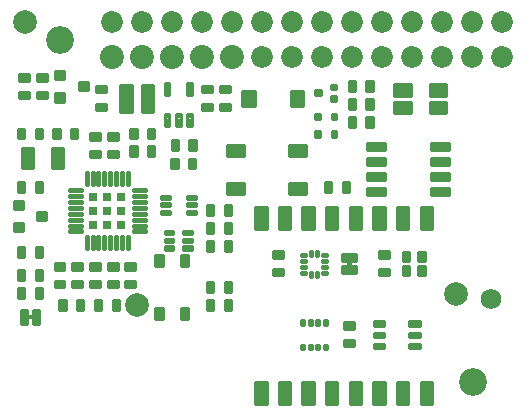
<source format=gts>
G04 EAGLE Gerber RS-274X export*
G75*
%MOMM*%
%FSLAX34Y34*%
%LPD*%
%INSoldermask Top*%
%IPPOS*%
%AMOC8*
5,1,8,0,0,1.08239X$1,22.5*%
G01*
%ADD10C,2.350000*%
%ADD11C,1.750000*%
%ADD12C,0.300000*%
%ADD13C,0.273000*%
%ADD14C,0.425000*%
%ADD15C,2.000000*%
%ADD16C,2.029600*%
%ADD17C,1.850000*%
%ADD18C,0.408000*%
%ADD19C,0.445500*%
%ADD20C,0.351500*%
%ADD21C,0.323000*%
%ADD22C,0.402500*%
%ADD23C,0.240000*%
%ADD24C,0.247500*%
%ADD25C,0.287000*%
%ADD26C,0.410000*%
%ADD27R,0.800000X0.800000*%
%ADD28C,0.212000*%
%ADD29C,0.312000*%
%ADD30C,0.306150*%

G36*
X291335Y127472D02*
X291335Y127472D01*
X291401Y127474D01*
X291444Y127492D01*
X291491Y127500D01*
X291548Y127534D01*
X291608Y127559D01*
X291643Y127590D01*
X291684Y127615D01*
X291726Y127666D01*
X291774Y127710D01*
X291796Y127752D01*
X291825Y127789D01*
X291846Y127851D01*
X291877Y127910D01*
X291885Y127964D01*
X291897Y128001D01*
X291896Y128041D01*
X291904Y128095D01*
X291904Y131905D01*
X291893Y131970D01*
X291891Y132036D01*
X291873Y132079D01*
X291865Y132126D01*
X291831Y132183D01*
X291806Y132243D01*
X291775Y132278D01*
X291750Y132319D01*
X291699Y132361D01*
X291655Y132409D01*
X291613Y132431D01*
X291576Y132460D01*
X291514Y132481D01*
X291455Y132512D01*
X291401Y132520D01*
X291364Y132532D01*
X291324Y132531D01*
X291270Y132539D01*
X288730Y132539D01*
X288665Y132528D01*
X288599Y132526D01*
X288556Y132508D01*
X288509Y132500D01*
X288452Y132466D01*
X288392Y132441D01*
X288357Y132410D01*
X288316Y132385D01*
X288275Y132334D01*
X288226Y132290D01*
X288204Y132248D01*
X288175Y132211D01*
X288154Y132149D01*
X288123Y132090D01*
X288115Y132036D01*
X288103Y131999D01*
X288103Y131995D01*
X288103Y131994D01*
X288104Y131959D01*
X288096Y131905D01*
X288096Y128095D01*
X288107Y128030D01*
X288109Y127964D01*
X288127Y127921D01*
X288135Y127874D01*
X288169Y127817D01*
X288194Y127757D01*
X288225Y127722D01*
X288250Y127681D01*
X288301Y127640D01*
X288345Y127591D01*
X288387Y127569D01*
X288424Y127540D01*
X288486Y127519D01*
X288545Y127488D01*
X288599Y127480D01*
X288636Y127468D01*
X288676Y127469D01*
X288730Y127461D01*
X291270Y127461D01*
X291335Y127472D01*
G37*
G36*
X21970Y83107D02*
X21970Y83107D01*
X22036Y83109D01*
X22079Y83127D01*
X22126Y83135D01*
X22183Y83169D01*
X22243Y83194D01*
X22278Y83225D01*
X22319Y83250D01*
X22361Y83301D01*
X22409Y83345D01*
X22431Y83387D01*
X22460Y83424D01*
X22481Y83486D01*
X22512Y83545D01*
X22520Y83599D01*
X22532Y83636D01*
X22531Y83676D01*
X22539Y83730D01*
X22539Y86270D01*
X22528Y86335D01*
X22526Y86401D01*
X22508Y86444D01*
X22500Y86491D01*
X22466Y86548D01*
X22441Y86608D01*
X22410Y86643D01*
X22385Y86684D01*
X22334Y86726D01*
X22290Y86774D01*
X22248Y86796D01*
X22211Y86825D01*
X22149Y86846D01*
X22090Y86877D01*
X22036Y86885D01*
X21999Y86897D01*
X21959Y86896D01*
X21905Y86904D01*
X18095Y86904D01*
X18030Y86893D01*
X17964Y86891D01*
X17921Y86873D01*
X17874Y86865D01*
X17817Y86831D01*
X17757Y86806D01*
X17722Y86775D01*
X17681Y86750D01*
X17640Y86699D01*
X17591Y86655D01*
X17569Y86613D01*
X17540Y86576D01*
X17519Y86514D01*
X17488Y86455D01*
X17480Y86401D01*
X17468Y86364D01*
X17468Y86361D01*
X17469Y86324D01*
X17461Y86270D01*
X17461Y83730D01*
X17472Y83665D01*
X17474Y83599D01*
X17492Y83556D01*
X17500Y83509D01*
X17534Y83452D01*
X17559Y83392D01*
X17590Y83357D01*
X17615Y83316D01*
X17666Y83275D01*
X17710Y83226D01*
X17752Y83204D01*
X17789Y83175D01*
X17851Y83154D01*
X17910Y83123D01*
X17964Y83115D01*
X18001Y83103D01*
X18041Y83104D01*
X18095Y83096D01*
X21905Y83096D01*
X21970Y83107D01*
G37*
D10*
X45000Y320000D03*
X395000Y30000D03*
D11*
X410000Y100000D03*
D12*
X71250Y220250D02*
X71250Y224750D01*
X78750Y224750D01*
X78750Y220250D01*
X71250Y220250D01*
X71250Y223100D02*
X78750Y223100D01*
X71250Y235250D02*
X71250Y239750D01*
X78750Y239750D01*
X78750Y235250D01*
X71250Y235250D01*
X71250Y238100D02*
X78750Y238100D01*
X76250Y260250D02*
X76250Y264750D01*
X83750Y264750D01*
X83750Y260250D01*
X76250Y260250D01*
X76250Y263100D02*
X83750Y263100D01*
X76250Y275250D02*
X76250Y279750D01*
X83750Y279750D01*
X83750Y275250D01*
X76250Y275250D01*
X76250Y278100D02*
X83750Y278100D01*
X173750Y279750D02*
X173750Y275250D01*
X166250Y275250D01*
X166250Y279750D01*
X173750Y279750D01*
X173750Y278100D02*
X166250Y278100D01*
X173750Y264750D02*
X173750Y260250D01*
X166250Y260250D01*
X166250Y264750D01*
X173750Y264750D01*
X173750Y263100D02*
X166250Y263100D01*
X188750Y275250D02*
X188750Y279750D01*
X188750Y275250D02*
X181250Y275250D01*
X181250Y279750D01*
X188750Y279750D01*
X188750Y278100D02*
X181250Y278100D01*
X188750Y264750D02*
X188750Y260250D01*
X181250Y260250D01*
X181250Y264750D01*
X188750Y264750D01*
X188750Y263100D02*
X181250Y263100D01*
X185250Y106250D02*
X189750Y106250D01*
X185250Y106250D02*
X185250Y113750D01*
X189750Y113750D01*
X189750Y106250D01*
X189750Y109100D02*
X185250Y109100D01*
X185250Y111950D02*
X189750Y111950D01*
X174750Y106250D02*
X170250Y106250D01*
X170250Y113750D01*
X174750Y113750D01*
X174750Y106250D01*
X174750Y109100D02*
X170250Y109100D01*
X170250Y111950D02*
X174750Y111950D01*
X185250Y91250D02*
X189750Y91250D01*
X185250Y91250D02*
X185250Y98750D01*
X189750Y98750D01*
X189750Y91250D01*
X189750Y94100D02*
X185250Y94100D01*
X185250Y96950D02*
X189750Y96950D01*
X174750Y91250D02*
X170250Y91250D01*
X170250Y98750D01*
X174750Y98750D01*
X174750Y91250D01*
X174750Y94100D02*
X170250Y94100D01*
X170250Y96950D02*
X174750Y96950D01*
X59750Y236250D02*
X55250Y236250D01*
X55250Y243750D01*
X59750Y243750D01*
X59750Y236250D01*
X59750Y239100D02*
X55250Y239100D01*
X55250Y241950D02*
X59750Y241950D01*
X44750Y236250D02*
X40250Y236250D01*
X40250Y243750D01*
X44750Y243750D01*
X44750Y236250D01*
X44750Y239100D02*
X40250Y239100D01*
X40250Y241950D02*
X44750Y241950D01*
X48750Y129750D02*
X48750Y125250D01*
X41250Y125250D01*
X41250Y129750D01*
X48750Y129750D01*
X48750Y128100D02*
X41250Y128100D01*
X48750Y114750D02*
X48750Y110250D01*
X41250Y110250D01*
X41250Y114750D01*
X48750Y114750D01*
X48750Y113100D02*
X41250Y113100D01*
X63750Y125250D02*
X63750Y129750D01*
X63750Y125250D02*
X56250Y125250D01*
X56250Y129750D01*
X63750Y129750D01*
X63750Y128100D02*
X56250Y128100D01*
X63750Y114750D02*
X63750Y110250D01*
X56250Y110250D01*
X56250Y114750D01*
X63750Y114750D01*
X63750Y113100D02*
X56250Y113100D01*
X14750Y243750D02*
X10250Y243750D01*
X14750Y243750D02*
X14750Y236250D01*
X10250Y236250D01*
X10250Y243750D01*
X10250Y239100D02*
X14750Y239100D01*
X14750Y241950D02*
X10250Y241950D01*
X25250Y243750D02*
X29750Y243750D01*
X29750Y236250D01*
X25250Y236250D01*
X25250Y243750D01*
X25250Y239100D02*
X29750Y239100D01*
X29750Y241950D02*
X25250Y241950D01*
X86250Y224750D02*
X86250Y220250D01*
X86250Y224750D02*
X93750Y224750D01*
X93750Y220250D01*
X86250Y220250D01*
X86250Y223100D02*
X93750Y223100D01*
X86250Y235250D02*
X86250Y239750D01*
X93750Y239750D01*
X93750Y235250D01*
X86250Y235250D01*
X86250Y238100D02*
X93750Y238100D01*
X120250Y221250D02*
X124750Y221250D01*
X120250Y221250D02*
X120250Y228750D01*
X124750Y228750D01*
X124750Y221250D01*
X124750Y224100D02*
X120250Y224100D01*
X120250Y226950D02*
X124750Y226950D01*
X109750Y221250D02*
X105250Y221250D01*
X105250Y228750D01*
X109750Y228750D01*
X109750Y221250D01*
X109750Y224100D02*
X105250Y224100D01*
X105250Y226950D02*
X109750Y226950D01*
X11250Y270250D02*
X11250Y274750D01*
X18750Y274750D01*
X18750Y270250D01*
X11250Y270250D01*
X11250Y273100D02*
X18750Y273100D01*
X11250Y285250D02*
X11250Y289750D01*
X18750Y289750D01*
X18750Y285250D01*
X11250Y285250D01*
X11250Y288100D02*
X18750Y288100D01*
X26250Y274750D02*
X26250Y270250D01*
X26250Y274750D02*
X33750Y274750D01*
X33750Y270250D01*
X26250Y270250D01*
X26250Y273100D02*
X33750Y273100D01*
X26250Y285250D02*
X26250Y289750D01*
X33750Y289750D01*
X33750Y285250D01*
X26250Y285250D01*
X26250Y288100D02*
X33750Y288100D01*
D13*
X275115Y257385D02*
X278885Y257385D01*
X278885Y252615D01*
X275115Y252615D01*
X275115Y257385D01*
X275115Y255208D02*
X278885Y255208D01*
X264885Y257385D02*
X261115Y257385D01*
X264885Y257385D02*
X264885Y252615D01*
X261115Y252615D01*
X261115Y257385D01*
X261115Y255208D02*
X264885Y255208D01*
X275115Y242385D02*
X278885Y242385D01*
X278885Y237615D01*
X275115Y237615D01*
X275115Y242385D01*
X275115Y240208D02*
X278885Y240208D01*
X264885Y242385D02*
X261115Y242385D01*
X264885Y242385D02*
X264885Y237615D01*
X261115Y237615D01*
X261115Y242385D01*
X261115Y240208D02*
X264885Y240208D01*
D14*
X341125Y273375D02*
X341125Y281625D01*
X341125Y273375D02*
X328875Y273375D01*
X328875Y281625D01*
X341125Y281625D01*
X341125Y277412D02*
X328875Y277412D01*
X328875Y281449D02*
X341125Y281449D01*
X341125Y266625D02*
X341125Y258375D01*
X328875Y258375D01*
X328875Y266625D01*
X341125Y266625D01*
X341125Y262412D02*
X328875Y262412D01*
X328875Y266449D02*
X341125Y266449D01*
X371125Y266625D02*
X371125Y258375D01*
X358875Y258375D01*
X358875Y266625D01*
X371125Y266625D01*
X371125Y262412D02*
X358875Y262412D01*
X358875Y266449D02*
X371125Y266449D01*
X371125Y273375D02*
X371125Y281625D01*
X371125Y273375D02*
X358875Y273375D01*
X358875Y281625D01*
X371125Y281625D01*
X371125Y277412D02*
X358875Y277412D01*
X358875Y281449D02*
X371125Y281449D01*
D12*
X78750Y129750D02*
X78750Y125250D01*
X71250Y125250D01*
X71250Y129750D01*
X78750Y129750D01*
X78750Y128100D02*
X71250Y128100D01*
X78750Y114750D02*
X78750Y110250D01*
X71250Y110250D01*
X71250Y114750D01*
X78750Y114750D01*
X78750Y113100D02*
X71250Y113100D01*
D15*
X380000Y105000D03*
X110000Y95000D03*
X15000Y335000D03*
D16*
X139700Y305000D03*
X165100Y305000D03*
X190500Y305000D03*
X88900Y305000D03*
X114300Y305000D03*
D17*
X342900Y305000D03*
X368300Y305000D03*
X393700Y305000D03*
X419100Y305000D03*
D18*
X104710Y259290D02*
X96790Y259290D01*
X96790Y280710D01*
X104710Y280710D01*
X104710Y259290D01*
X104710Y263166D02*
X96790Y263166D01*
X96790Y267042D02*
X104710Y267042D01*
X104710Y270918D02*
X96790Y270918D01*
X96790Y274794D02*
X104710Y274794D01*
X104710Y278670D02*
X96790Y278670D01*
X115290Y259290D02*
X123210Y259290D01*
X115290Y259290D02*
X115290Y280710D01*
X123210Y280710D01*
X123210Y259290D01*
X123210Y263166D02*
X115290Y263166D01*
X115290Y267042D02*
X123210Y267042D01*
X123210Y270918D02*
X115290Y270918D01*
X115290Y274794D02*
X123210Y274794D01*
X123210Y278670D02*
X115290Y278670D01*
D19*
X199977Y264477D02*
X209023Y264477D01*
X199977Y264477D02*
X199977Y275523D01*
X209023Y275523D01*
X209023Y264477D01*
X209023Y268709D02*
X199977Y268709D01*
X199977Y272941D02*
X209023Y272941D01*
D14*
X241375Y264375D02*
X249625Y264375D01*
X241375Y264375D02*
X241375Y275625D01*
X249625Y275625D01*
X249625Y264375D01*
X249625Y268412D02*
X241375Y268412D01*
X241375Y272449D02*
X249625Y272449D01*
D20*
X48493Y286507D02*
X41507Y286507D01*
X41507Y292493D01*
X48493Y292493D01*
X48493Y286507D01*
X48493Y289846D02*
X41507Y289846D01*
X41507Y267507D02*
X48493Y267507D01*
X41507Y267507D02*
X41507Y273493D01*
X48493Y273493D01*
X48493Y267507D01*
X48493Y270846D02*
X41507Y270846D01*
X61507Y277007D02*
X68493Y277007D01*
X61507Y277007D02*
X61507Y282993D01*
X68493Y282993D01*
X68493Y277007D01*
X68493Y280346D02*
X61507Y280346D01*
D13*
X278885Y271885D02*
X278885Y268115D01*
X274115Y268115D01*
X274115Y271885D01*
X278885Y271885D01*
X278885Y270708D02*
X274115Y270708D01*
X278885Y278115D02*
X278885Y281885D01*
X278885Y278115D02*
X274115Y278115D01*
X274115Y281885D01*
X278885Y281885D01*
X278885Y280708D02*
X274115Y280708D01*
X265885Y276885D02*
X265885Y273115D01*
X261115Y273115D01*
X261115Y276885D01*
X265885Y276885D01*
X265885Y275708D02*
X261115Y275708D01*
D12*
X29750Y191250D02*
X25250Y191250D01*
X25250Y198750D01*
X29750Y198750D01*
X29750Y191250D01*
X29750Y194100D02*
X25250Y194100D01*
X25250Y196950D02*
X29750Y196950D01*
X14750Y191250D02*
X10250Y191250D01*
X10250Y198750D01*
X14750Y198750D01*
X14750Y191250D01*
X14750Y194100D02*
X10250Y194100D01*
X10250Y196950D02*
X14750Y196950D01*
X170250Y148750D02*
X174750Y148750D01*
X174750Y141250D01*
X170250Y141250D01*
X170250Y148750D01*
X170250Y144100D02*
X174750Y144100D01*
X174750Y146950D02*
X170250Y146950D01*
X185250Y148750D02*
X189750Y148750D01*
X189750Y141250D01*
X185250Y141250D01*
X185250Y148750D01*
X185250Y144100D02*
X189750Y144100D01*
X189750Y146950D02*
X185250Y146950D01*
X93750Y129750D02*
X93750Y125250D01*
X86250Y125250D01*
X86250Y129750D01*
X93750Y129750D01*
X93750Y128100D02*
X86250Y128100D01*
X93750Y114750D02*
X93750Y110250D01*
X86250Y110250D01*
X86250Y114750D01*
X93750Y114750D01*
X93750Y113100D02*
X86250Y113100D01*
X108750Y125250D02*
X108750Y129750D01*
X108750Y125250D02*
X101250Y125250D01*
X101250Y129750D01*
X108750Y129750D01*
X108750Y128100D02*
X101250Y128100D01*
X108750Y114750D02*
X108750Y110250D01*
X101250Y110250D01*
X101250Y114750D01*
X108750Y114750D01*
X108750Y113100D02*
X101250Y113100D01*
X79750Y98750D02*
X75250Y98750D01*
X79750Y98750D02*
X79750Y91250D01*
X75250Y91250D01*
X75250Y98750D01*
X75250Y94100D02*
X79750Y94100D01*
X79750Y96950D02*
X75250Y96950D01*
X90250Y98750D02*
X94750Y98750D01*
X94750Y91250D01*
X90250Y91250D01*
X90250Y98750D01*
X90250Y94100D02*
X94750Y94100D01*
X94750Y96950D02*
X90250Y96950D01*
X64750Y91250D02*
X60250Y91250D01*
X60250Y98750D01*
X64750Y98750D01*
X64750Y91250D01*
X64750Y94100D02*
X60250Y94100D01*
X60250Y96950D02*
X64750Y96950D01*
X49750Y91250D02*
X45250Y91250D01*
X45250Y98750D01*
X49750Y98750D01*
X49750Y91250D01*
X49750Y94100D02*
X45250Y94100D01*
X45250Y96950D02*
X49750Y96950D01*
X290250Y253750D02*
X294750Y253750D01*
X294750Y246250D01*
X290250Y246250D01*
X290250Y253750D01*
X290250Y249100D02*
X294750Y249100D01*
X294750Y251950D02*
X290250Y251950D01*
X305250Y253750D02*
X309750Y253750D01*
X309750Y246250D01*
X305250Y246250D01*
X305250Y253750D01*
X305250Y249100D02*
X309750Y249100D01*
X309750Y251950D02*
X305250Y251950D01*
X305250Y276250D02*
X309750Y276250D01*
X305250Y276250D02*
X305250Y283750D01*
X309750Y283750D01*
X309750Y276250D01*
X309750Y279100D02*
X305250Y279100D01*
X305250Y281950D02*
X309750Y281950D01*
X294750Y276250D02*
X290250Y276250D01*
X290250Y283750D01*
X294750Y283750D01*
X294750Y276250D01*
X294750Y279100D02*
X290250Y279100D01*
X290250Y281950D02*
X294750Y281950D01*
X305250Y261250D02*
X309750Y261250D01*
X305250Y261250D02*
X305250Y268750D01*
X309750Y268750D01*
X309750Y261250D01*
X309750Y264100D02*
X305250Y264100D01*
X305250Y266950D02*
X309750Y266950D01*
X294750Y261250D02*
X290250Y261250D01*
X290250Y268750D01*
X294750Y268750D01*
X294750Y261250D01*
X294750Y264100D02*
X290250Y264100D01*
X290250Y266950D02*
X294750Y266950D01*
X124750Y236250D02*
X120250Y236250D01*
X120250Y243750D01*
X124750Y243750D01*
X124750Y236250D01*
X124750Y239100D02*
X120250Y239100D01*
X120250Y241950D02*
X124750Y241950D01*
X109750Y236250D02*
X105250Y236250D01*
X105250Y243750D01*
X109750Y243750D01*
X109750Y236250D01*
X109750Y239100D02*
X105250Y239100D01*
X105250Y241950D02*
X109750Y241950D01*
X140050Y218350D02*
X144550Y218350D01*
X144550Y210850D01*
X140050Y210850D01*
X140050Y218350D01*
X140050Y213700D02*
X144550Y213700D01*
X144550Y216550D02*
X140050Y216550D01*
X155050Y218350D02*
X159550Y218350D01*
X159550Y210850D01*
X155050Y210850D01*
X155050Y218350D01*
X155050Y213700D02*
X159550Y213700D01*
X159550Y216550D02*
X155050Y216550D01*
X270250Y198750D02*
X274750Y198750D01*
X274750Y191250D01*
X270250Y191250D01*
X270250Y198750D01*
X270250Y194100D02*
X274750Y194100D01*
X274750Y196950D02*
X270250Y196950D01*
X285250Y198750D02*
X289750Y198750D01*
X289750Y191250D01*
X285250Y191250D01*
X285250Y198750D01*
X285250Y194100D02*
X289750Y194100D01*
X289750Y196950D02*
X285250Y196950D01*
X14750Y123750D02*
X10250Y123750D01*
X14750Y123750D02*
X14750Y116250D01*
X10250Y116250D01*
X10250Y123750D01*
X10250Y119100D02*
X14750Y119100D01*
X14750Y121950D02*
X10250Y121950D01*
X25250Y123750D02*
X29750Y123750D01*
X29750Y116250D01*
X25250Y116250D01*
X25250Y123750D01*
X25250Y119100D02*
X29750Y119100D01*
X29750Y121950D02*
X25250Y121950D01*
X14750Y108750D02*
X10250Y108750D01*
X14750Y108750D02*
X14750Y101250D01*
X10250Y101250D01*
X10250Y108750D01*
X10250Y104100D02*
X14750Y104100D01*
X14750Y106950D02*
X10250Y106950D01*
X25250Y108750D02*
X29750Y108750D01*
X29750Y101250D01*
X25250Y101250D01*
X25250Y108750D01*
X25250Y104100D02*
X29750Y104100D01*
X29750Y106950D02*
X25250Y106950D01*
X185250Y171250D02*
X189750Y171250D01*
X185250Y171250D02*
X185250Y178750D01*
X189750Y178750D01*
X189750Y171250D01*
X189750Y174100D02*
X185250Y174100D01*
X185250Y176950D02*
X189750Y176950D01*
X174750Y171250D02*
X170250Y171250D01*
X170250Y178750D01*
X174750Y178750D01*
X174750Y171250D01*
X174750Y174100D02*
X170250Y174100D01*
X170250Y176950D02*
X174750Y176950D01*
X144750Y233750D02*
X140250Y233750D01*
X144750Y233750D02*
X144750Y226250D01*
X140250Y226250D01*
X140250Y233750D01*
X140250Y229100D02*
X144750Y229100D01*
X144750Y231950D02*
X140250Y231950D01*
X155250Y233750D02*
X159750Y233750D01*
X159750Y226250D01*
X155250Y226250D01*
X155250Y233750D01*
X155250Y229100D02*
X159750Y229100D01*
X159750Y231950D02*
X155250Y231950D01*
X170250Y163750D02*
X174750Y163750D01*
X174750Y156250D01*
X170250Y156250D01*
X170250Y163750D01*
X170250Y159100D02*
X174750Y159100D01*
X174750Y161950D02*
X170250Y161950D01*
X185250Y163750D02*
X189750Y163750D01*
X189750Y156250D01*
X185250Y156250D01*
X185250Y163750D01*
X185250Y159100D02*
X189750Y159100D01*
X189750Y161950D02*
X185250Y161950D01*
D21*
X153385Y91635D02*
X153385Y83365D01*
X148115Y83365D01*
X148115Y91635D01*
X153385Y91635D01*
X153385Y86433D02*
X148115Y86433D01*
X148115Y89501D02*
X153385Y89501D01*
X153385Y128365D02*
X153385Y136635D01*
X153385Y128365D02*
X148115Y128365D01*
X148115Y136635D01*
X153385Y136635D01*
X153385Y131433D02*
X148115Y131433D01*
X148115Y134501D02*
X153385Y134501D01*
X131885Y136635D02*
X131885Y128365D01*
X126615Y128365D01*
X126615Y136635D01*
X131885Y136635D01*
X131885Y131433D02*
X126615Y131433D01*
X126615Y134501D02*
X131885Y134501D01*
X131885Y91635D02*
X131885Y83365D01*
X126615Y83365D01*
X126615Y91635D01*
X131885Y91635D01*
X131885Y86433D02*
X126615Y86433D01*
X126615Y89501D02*
X131885Y89501D01*
D22*
X187262Y190262D02*
X200238Y190262D01*
X187262Y190262D02*
X187262Y197738D01*
X200238Y197738D01*
X200238Y190262D01*
X200238Y194086D02*
X187262Y194086D01*
X239762Y190262D02*
X252738Y190262D01*
X239762Y190262D02*
X239762Y197738D01*
X252738Y197738D01*
X252738Y190262D01*
X252738Y194086D02*
X239762Y194086D01*
X239762Y222262D02*
X252738Y222262D01*
X239762Y222262D02*
X239762Y229738D01*
X252738Y229738D01*
X252738Y222262D01*
X252738Y226086D02*
X239762Y226086D01*
X200238Y222262D02*
X187262Y222262D01*
X187262Y229738D01*
X200238Y229738D01*
X200238Y222262D01*
X200238Y226086D02*
X187262Y226086D01*
D23*
X130200Y187800D02*
X130200Y185200D01*
X130200Y187800D02*
X137800Y187800D01*
X137800Y185200D01*
X130200Y185200D01*
X130200Y187480D02*
X137800Y187480D01*
X130200Y181300D02*
X130200Y178700D01*
X130200Y181300D02*
X137800Y181300D01*
X137800Y178700D01*
X130200Y178700D01*
X130200Y180980D02*
X137800Y180980D01*
X130200Y174800D02*
X130200Y172200D01*
X130200Y174800D02*
X137800Y174800D01*
X137800Y172200D01*
X130200Y172200D01*
X130200Y174480D02*
X137800Y174480D01*
X152200Y174800D02*
X152200Y172200D01*
X152200Y174800D02*
X159800Y174800D01*
X159800Y172200D01*
X152200Y172200D01*
X152200Y174480D02*
X159800Y174480D01*
X152200Y178700D02*
X152200Y181300D01*
X159800Y181300D01*
X159800Y178700D01*
X152200Y178700D01*
X152200Y180980D02*
X159800Y180980D01*
X152200Y185200D02*
X152200Y187800D01*
X159800Y187800D01*
X159800Y185200D01*
X152200Y185200D01*
X152200Y187480D02*
X159800Y187480D01*
D24*
X133487Y158013D02*
X133487Y154987D01*
X133487Y158013D02*
X140513Y158013D01*
X140513Y154987D01*
X133487Y154987D01*
X133487Y157338D02*
X140513Y157338D01*
X133487Y151513D02*
X133487Y148487D01*
X133487Y151513D02*
X140513Y151513D01*
X140513Y148487D01*
X133487Y148487D01*
X133487Y150838D02*
X140513Y150838D01*
X133487Y145013D02*
X133487Y141987D01*
X133487Y145013D02*
X140513Y145013D01*
X140513Y141987D01*
X133487Y141987D01*
X133487Y144338D02*
X140513Y144338D01*
X149487Y145013D02*
X149487Y141987D01*
X149487Y145013D02*
X156513Y145013D01*
X156513Y141987D01*
X149487Y141987D01*
X149487Y144338D02*
X156513Y144338D01*
X149487Y148487D02*
X149487Y151513D01*
X156513Y151513D01*
X156513Y148487D01*
X149487Y148487D01*
X149487Y150838D02*
X156513Y150838D01*
X149487Y154987D02*
X149487Y158013D01*
X156513Y158013D01*
X156513Y154987D01*
X149487Y154987D01*
X149487Y157338D02*
X156513Y157338D01*
D25*
X137565Y246684D02*
X133435Y246684D01*
X133435Y257314D01*
X137565Y257314D01*
X137565Y246684D01*
X137565Y249410D02*
X133435Y249410D01*
X133435Y252136D02*
X137565Y252136D01*
X137565Y254862D02*
X133435Y254862D01*
X142935Y246684D02*
X147065Y246684D01*
X142935Y246684D02*
X142935Y257314D01*
X147065Y257314D01*
X147065Y246684D01*
X147065Y249410D02*
X142935Y249410D01*
X142935Y252136D02*
X147065Y252136D01*
X147065Y254862D02*
X142935Y254862D01*
X152435Y246684D02*
X156565Y246684D01*
X152435Y246684D02*
X152435Y257314D01*
X156565Y257314D01*
X156565Y246684D01*
X156565Y249410D02*
X152435Y249410D01*
X152435Y252136D02*
X156565Y252136D01*
X156565Y254862D02*
X152435Y254862D01*
X152435Y272686D02*
X156565Y272686D01*
X152435Y272686D02*
X152435Y283316D01*
X156565Y283316D01*
X156565Y272686D01*
X156565Y275412D02*
X152435Y275412D01*
X152435Y278138D02*
X156565Y278138D01*
X156565Y280864D02*
X152435Y280864D01*
X137565Y272686D02*
X133435Y272686D01*
X133435Y283316D01*
X137565Y283316D01*
X137565Y272686D01*
X137565Y275412D02*
X133435Y275412D01*
X133435Y278138D02*
X137565Y278138D01*
X137565Y280864D02*
X133435Y280864D01*
D26*
X62700Y192500D02*
X53300Y192500D01*
X107300Y157500D02*
X116700Y157500D01*
X67500Y152700D02*
X67500Y143300D01*
X102500Y197300D02*
X102500Y206700D01*
X62700Y187500D02*
X53300Y187500D01*
X107300Y162500D02*
X116700Y162500D01*
X72500Y152700D02*
X72500Y143300D01*
X97500Y197300D02*
X97500Y206700D01*
X62700Y182500D02*
X53300Y182500D01*
X107300Y167500D02*
X116700Y167500D01*
X77500Y152700D02*
X77500Y143300D01*
X92500Y197300D02*
X92500Y206700D01*
X62700Y177500D02*
X53300Y177500D01*
X107300Y172500D02*
X116700Y172500D01*
X82500Y152700D02*
X82500Y143300D01*
X87500Y197300D02*
X87500Y206700D01*
X62700Y172500D02*
X53300Y172500D01*
X107300Y177500D02*
X116700Y177500D01*
X87500Y152700D02*
X87500Y143300D01*
X82500Y197300D02*
X82500Y206700D01*
X62700Y167500D02*
X53300Y167500D01*
X107300Y182500D02*
X116700Y182500D01*
X92500Y152700D02*
X92500Y143300D01*
X77500Y197300D02*
X77500Y206700D01*
X62700Y162500D02*
X53300Y162500D01*
X107300Y187500D02*
X116700Y187500D01*
X97500Y152700D02*
X97500Y143300D01*
X72500Y197300D02*
X72500Y206700D01*
X62700Y157500D02*
X53300Y157500D01*
X107300Y192500D02*
X116700Y192500D01*
X102500Y152700D02*
X102500Y143300D01*
X67500Y197300D02*
X67500Y206700D01*
D27*
X85000Y187000D03*
X97000Y187000D03*
X97000Y175000D03*
X97000Y163000D03*
X85000Y163000D03*
X73000Y163000D03*
X73000Y175000D03*
X85000Y175000D03*
X73000Y187000D03*
D12*
X306000Y214100D02*
X306000Y218600D01*
X320000Y218600D01*
X320000Y214100D01*
X306000Y214100D01*
X306000Y216950D02*
X320000Y216950D01*
X360000Y218600D02*
X360000Y214100D01*
X360000Y218600D02*
X374000Y218600D01*
X374000Y214100D01*
X360000Y214100D01*
X360000Y216950D02*
X374000Y216950D01*
X306000Y226800D02*
X306000Y231300D01*
X320000Y231300D01*
X320000Y226800D01*
X306000Y226800D01*
X306000Y229650D02*
X320000Y229650D01*
X306000Y205900D02*
X306000Y201400D01*
X306000Y205900D02*
X320000Y205900D01*
X320000Y201400D01*
X306000Y201400D01*
X306000Y204250D02*
X320000Y204250D01*
X306000Y193200D02*
X306000Y188700D01*
X306000Y193200D02*
X320000Y193200D01*
X320000Y188700D01*
X306000Y188700D01*
X306000Y191550D02*
X320000Y191550D01*
X360000Y226800D02*
X360000Y231300D01*
X374000Y231300D01*
X374000Y226800D01*
X360000Y226800D01*
X360000Y229650D02*
X374000Y229650D01*
X360000Y205900D02*
X360000Y201400D01*
X360000Y205900D02*
X374000Y205900D01*
X374000Y201400D01*
X360000Y201400D01*
X360000Y204250D02*
X374000Y204250D01*
X360000Y193200D02*
X360000Y188700D01*
X360000Y193200D02*
X374000Y193200D01*
X374000Y188700D01*
X360000Y188700D01*
X360000Y191550D02*
X374000Y191550D01*
D22*
X46238Y227738D02*
X38762Y227738D01*
X46238Y227738D02*
X46238Y212262D01*
X38762Y212262D01*
X38762Y227738D01*
X38762Y216086D02*
X46238Y216086D01*
X46238Y219910D02*
X38762Y219910D01*
X38762Y223734D02*
X46238Y223734D01*
X46238Y227558D02*
X38762Y227558D01*
X21238Y227738D02*
X13762Y227738D01*
X21238Y227738D02*
X21238Y212262D01*
X13762Y212262D01*
X13762Y227738D01*
X13762Y216086D02*
X21238Y216086D01*
X21238Y219910D02*
X13762Y219910D01*
X13762Y223734D02*
X21238Y223734D01*
X21238Y227558D02*
X13762Y227558D01*
D17*
X215900Y305000D03*
X241300Y305000D03*
X266700Y305000D03*
X292100Y305000D03*
X317500Y305000D03*
X88900Y335000D03*
X114300Y335000D03*
X139700Y335000D03*
X165100Y335000D03*
X190500Y335000D03*
X215900Y335000D03*
X241300Y335000D03*
X266700Y335000D03*
X292100Y335000D03*
X317500Y335000D03*
X342900Y335000D03*
X368300Y335000D03*
X393700Y335000D03*
X419100Y335000D03*
D18*
X351040Y177460D02*
X351040Y160540D01*
X351040Y177460D02*
X358960Y177460D01*
X358960Y160540D01*
X351040Y160540D01*
X351040Y164416D02*
X358960Y164416D01*
X358960Y168292D02*
X351040Y168292D01*
X351040Y172168D02*
X358960Y172168D01*
X358960Y176044D02*
X351040Y176044D01*
X331040Y177460D02*
X331040Y160540D01*
X331040Y177460D02*
X338960Y177460D01*
X338960Y160540D01*
X331040Y160540D01*
X331040Y164416D02*
X338960Y164416D01*
X338960Y168292D02*
X331040Y168292D01*
X331040Y172168D02*
X338960Y172168D01*
X338960Y176044D02*
X331040Y176044D01*
X311040Y177460D02*
X311040Y160540D01*
X311040Y177460D02*
X318960Y177460D01*
X318960Y160540D01*
X311040Y160540D01*
X311040Y164416D02*
X318960Y164416D01*
X318960Y168292D02*
X311040Y168292D01*
X311040Y172168D02*
X318960Y172168D01*
X318960Y176044D02*
X311040Y176044D01*
X291040Y177460D02*
X291040Y160540D01*
X291040Y177460D02*
X298960Y177460D01*
X298960Y160540D01*
X291040Y160540D01*
X291040Y164416D02*
X298960Y164416D01*
X298960Y168292D02*
X291040Y168292D01*
X291040Y172168D02*
X298960Y172168D01*
X298960Y176044D02*
X291040Y176044D01*
X271040Y177460D02*
X271040Y160540D01*
X271040Y177460D02*
X278960Y177460D01*
X278960Y160540D01*
X271040Y160540D01*
X271040Y164416D02*
X278960Y164416D01*
X278960Y168292D02*
X271040Y168292D01*
X271040Y172168D02*
X278960Y172168D01*
X278960Y176044D02*
X271040Y176044D01*
X251040Y177460D02*
X251040Y160540D01*
X251040Y177460D02*
X258960Y177460D01*
X258960Y160540D01*
X251040Y160540D01*
X251040Y164416D02*
X258960Y164416D01*
X258960Y168292D02*
X251040Y168292D01*
X251040Y172168D02*
X258960Y172168D01*
X258960Y176044D02*
X251040Y176044D01*
X231040Y177460D02*
X231040Y160540D01*
X231040Y177460D02*
X238960Y177460D01*
X238960Y160540D01*
X231040Y160540D01*
X231040Y164416D02*
X238960Y164416D01*
X238960Y168292D02*
X231040Y168292D01*
X231040Y172168D02*
X238960Y172168D01*
X238960Y176044D02*
X231040Y176044D01*
X211040Y177460D02*
X211040Y160540D01*
X211040Y177460D02*
X218960Y177460D01*
X218960Y160540D01*
X211040Y160540D01*
X211040Y164416D02*
X218960Y164416D01*
X218960Y168292D02*
X211040Y168292D01*
X211040Y172168D02*
X218960Y172168D01*
X218960Y176044D02*
X211040Y176044D01*
X218960Y29460D02*
X218960Y12540D01*
X211040Y12540D01*
X211040Y29460D01*
X218960Y29460D01*
X218960Y16416D02*
X211040Y16416D01*
X211040Y20292D02*
X218960Y20292D01*
X218960Y24168D02*
X211040Y24168D01*
X211040Y28044D02*
X218960Y28044D01*
X238960Y29460D02*
X238960Y12540D01*
X231040Y12540D01*
X231040Y29460D01*
X238960Y29460D01*
X238960Y16416D02*
X231040Y16416D01*
X231040Y20292D02*
X238960Y20292D01*
X238960Y24168D02*
X231040Y24168D01*
X231040Y28044D02*
X238960Y28044D01*
X258960Y29460D02*
X258960Y12540D01*
X251040Y12540D01*
X251040Y29460D01*
X258960Y29460D01*
X258960Y16416D02*
X251040Y16416D01*
X251040Y20292D02*
X258960Y20292D01*
X258960Y24168D02*
X251040Y24168D01*
X251040Y28044D02*
X258960Y28044D01*
X278960Y29460D02*
X278960Y12540D01*
X271040Y12540D01*
X271040Y29460D01*
X278960Y29460D01*
X278960Y16416D02*
X271040Y16416D01*
X271040Y20292D02*
X278960Y20292D01*
X278960Y24168D02*
X271040Y24168D01*
X271040Y28044D02*
X278960Y28044D01*
X298960Y29460D02*
X298960Y12540D01*
X291040Y12540D01*
X291040Y29460D01*
X298960Y29460D01*
X298960Y16416D02*
X291040Y16416D01*
X291040Y20292D02*
X298960Y20292D01*
X298960Y24168D02*
X291040Y24168D01*
X291040Y28044D02*
X298960Y28044D01*
X318960Y29460D02*
X318960Y12540D01*
X311040Y12540D01*
X311040Y29460D01*
X318960Y29460D01*
X318960Y16416D02*
X311040Y16416D01*
X311040Y20292D02*
X318960Y20292D01*
X318960Y24168D02*
X311040Y24168D01*
X311040Y28044D02*
X318960Y28044D01*
X338960Y29460D02*
X338960Y12540D01*
X331040Y12540D01*
X331040Y29460D01*
X338960Y29460D01*
X338960Y16416D02*
X331040Y16416D01*
X331040Y20292D02*
X338960Y20292D01*
X338960Y24168D02*
X331040Y24168D01*
X331040Y28044D02*
X338960Y28044D01*
X358960Y29460D02*
X358960Y12540D01*
X351040Y12540D01*
X351040Y29460D01*
X358960Y29460D01*
X358960Y16416D02*
X351040Y16416D01*
X351040Y20292D02*
X358960Y20292D01*
X358960Y24168D02*
X351040Y24168D01*
X351040Y28044D02*
X358960Y28044D01*
D28*
X253440Y136560D02*
X249060Y136560D01*
X249060Y138440D01*
X253440Y138440D01*
X253440Y136560D01*
X253440Y131560D02*
X249060Y131560D01*
X249060Y133440D01*
X253440Y133440D01*
X253440Y131560D01*
X253440Y126560D02*
X249060Y126560D01*
X249060Y128440D01*
X253440Y128440D01*
X253440Y126560D01*
X253440Y121560D02*
X249060Y121560D01*
X249060Y123440D01*
X253440Y123440D01*
X253440Y121560D01*
X256560Y119060D02*
X258440Y119060D01*
X256560Y119060D02*
X256560Y123440D01*
X258440Y123440D01*
X258440Y119060D01*
X258440Y121074D02*
X256560Y121074D01*
X256560Y123088D02*
X258440Y123088D01*
X266560Y123440D02*
X270940Y123440D01*
X270940Y121560D01*
X266560Y121560D01*
X266560Y123440D01*
X266560Y128440D02*
X270940Y128440D01*
X270940Y126560D01*
X266560Y126560D01*
X266560Y128440D01*
X266560Y133440D02*
X270940Y133440D01*
X270940Y131560D01*
X266560Y131560D01*
X266560Y133440D01*
X266560Y138440D02*
X270940Y138440D01*
X270940Y136560D01*
X266560Y136560D01*
X266560Y138440D01*
X263440Y140940D02*
X261560Y140940D01*
X263440Y140940D02*
X263440Y136560D01*
X261560Y136560D01*
X261560Y140940D01*
X261560Y138574D02*
X263440Y138574D01*
X263440Y140588D02*
X261560Y140588D01*
X258440Y140940D02*
X256560Y140940D01*
X258440Y140940D02*
X258440Y136560D01*
X256560Y136560D01*
X256560Y140940D01*
X256560Y138574D02*
X258440Y138574D01*
X258440Y140588D02*
X256560Y140588D01*
X261560Y119060D02*
X263440Y119060D01*
X261560Y119060D02*
X261560Y123440D01*
X263440Y123440D01*
X263440Y119060D01*
X263440Y121074D02*
X261560Y121074D01*
X261560Y123088D02*
X263440Y123088D01*
D12*
X233750Y135250D02*
X233750Y139750D01*
X233750Y135250D02*
X226250Y135250D01*
X226250Y139750D01*
X233750Y139750D01*
X233750Y138100D02*
X226250Y138100D01*
X233750Y124750D02*
X233750Y120250D01*
X226250Y120250D01*
X226250Y124750D01*
X233750Y124750D01*
X233750Y123100D02*
X226250Y123100D01*
D20*
X13493Y176507D02*
X6507Y176507D01*
X6507Y182493D01*
X13493Y182493D01*
X13493Y176507D01*
X13493Y179846D02*
X6507Y179846D01*
X6507Y157507D02*
X13493Y157507D01*
X6507Y157507D02*
X6507Y163493D01*
X13493Y163493D01*
X13493Y157507D01*
X13493Y160846D02*
X6507Y160846D01*
X26507Y167007D02*
X33493Y167007D01*
X26507Y167007D02*
X26507Y172993D01*
X33493Y172993D01*
X33493Y167007D01*
X33493Y170346D02*
X26507Y170346D01*
D12*
X14750Y143750D02*
X10250Y143750D01*
X14750Y143750D02*
X14750Y136250D01*
X10250Y136250D01*
X10250Y143750D01*
X10250Y139100D02*
X14750Y139100D01*
X14750Y141950D02*
X10250Y141950D01*
X25250Y143750D02*
X29750Y143750D01*
X29750Y136250D01*
X25250Y136250D01*
X25250Y143750D01*
X25250Y139100D02*
X29750Y139100D01*
X29750Y141950D02*
X25250Y141950D01*
D23*
X255450Y78200D02*
X258050Y78200D01*
X255450Y78200D02*
X255450Y82300D01*
X258050Y82300D01*
X258050Y78200D01*
X258050Y80480D02*
X255450Y80480D01*
X261950Y78200D02*
X264550Y78200D01*
X261950Y78200D02*
X261950Y82300D01*
X264550Y82300D01*
X264550Y78200D01*
X264550Y80480D02*
X261950Y80480D01*
X268450Y78200D02*
X271050Y78200D01*
X268450Y78200D02*
X268450Y82300D01*
X271050Y82300D01*
X271050Y78200D01*
X271050Y80480D02*
X268450Y80480D01*
X251550Y78200D02*
X248950Y78200D01*
X248950Y82300D01*
X251550Y82300D01*
X251550Y78200D01*
X251550Y80480D02*
X248950Y80480D01*
X261950Y61800D02*
X264550Y61800D01*
X264550Y57700D01*
X261950Y57700D01*
X261950Y61800D01*
X261950Y59980D02*
X264550Y59980D01*
X258050Y61800D02*
X255450Y61800D01*
X258050Y61800D02*
X258050Y57700D01*
X255450Y57700D01*
X255450Y61800D01*
X255450Y59980D02*
X258050Y59980D01*
X251550Y61800D02*
X248950Y61800D01*
X251550Y61800D02*
X251550Y57700D01*
X248950Y57700D01*
X248950Y61800D01*
X248950Y59980D02*
X251550Y59980D01*
X268450Y61800D02*
X271050Y61800D01*
X271050Y57700D01*
X268450Y57700D01*
X268450Y61800D01*
X268450Y59980D02*
X271050Y59980D01*
D12*
X293750Y75250D02*
X293750Y79750D01*
X293750Y75250D02*
X286250Y75250D01*
X286250Y79750D01*
X293750Y79750D01*
X293750Y78100D02*
X286250Y78100D01*
X293750Y64750D02*
X293750Y60250D01*
X286250Y60250D01*
X286250Y64750D01*
X293750Y64750D01*
X293750Y63100D02*
X286250Y63100D01*
D29*
X340690Y132810D02*
X340690Y139190D01*
X340690Y132810D02*
X335810Y132810D01*
X335810Y139190D01*
X340690Y139190D01*
X340690Y135774D02*
X335810Y135774D01*
X335810Y138738D02*
X340690Y138738D01*
X354190Y139190D02*
X354190Y132810D01*
X349310Y132810D01*
X349310Y139190D01*
X354190Y139190D01*
X354190Y135774D02*
X349310Y135774D01*
X349310Y138738D02*
X354190Y138738D01*
X354190Y127190D02*
X354190Y120810D01*
X349310Y120810D01*
X349310Y127190D01*
X354190Y127190D01*
X354190Y123774D02*
X349310Y123774D01*
X349310Y126738D02*
X354190Y126738D01*
X340690Y127190D02*
X340690Y120810D01*
X335810Y120810D01*
X335810Y127190D01*
X340690Y127190D01*
X340690Y123774D02*
X335810Y123774D01*
X335810Y126738D02*
X340690Y126738D01*
D12*
X323750Y135250D02*
X323750Y139750D01*
X323750Y135250D02*
X316250Y135250D01*
X316250Y139750D01*
X323750Y139750D01*
X323750Y138100D02*
X316250Y138100D01*
X323750Y124750D02*
X323750Y120250D01*
X316250Y120250D01*
X316250Y124750D01*
X323750Y124750D01*
X323750Y123100D02*
X316250Y123100D01*
D13*
X319385Y81385D02*
X319385Y77615D01*
X310615Y77615D01*
X310615Y81385D01*
X319385Y81385D01*
X319385Y80208D02*
X310615Y80208D01*
X319385Y71885D02*
X319385Y68115D01*
X310615Y68115D01*
X310615Y71885D01*
X319385Y71885D01*
X319385Y70708D02*
X310615Y70708D01*
X319385Y62385D02*
X319385Y58615D01*
X310615Y58615D01*
X310615Y62385D01*
X319385Y62385D01*
X319385Y61208D02*
X310615Y61208D01*
X340615Y62385D02*
X340615Y58615D01*
X340615Y62385D02*
X349385Y62385D01*
X349385Y58615D01*
X340615Y58615D01*
X340615Y61208D02*
X349385Y61208D01*
X340615Y68115D02*
X340615Y71885D01*
X349385Y71885D01*
X349385Y68115D01*
X340615Y68115D01*
X340615Y70708D02*
X349385Y70708D01*
X340615Y77615D02*
X340615Y81385D01*
X349385Y81385D01*
X349385Y77615D01*
X340615Y77615D01*
X340615Y80208D02*
X349385Y80208D01*
D30*
X17314Y79431D02*
X12526Y79431D01*
X12526Y90569D01*
X17314Y90569D01*
X17314Y79431D01*
X17314Y82340D02*
X12526Y82340D01*
X12526Y85249D02*
X17314Y85249D01*
X17314Y88158D02*
X12526Y88158D01*
X22686Y79431D02*
X27474Y79431D01*
X22686Y79431D02*
X22686Y90569D01*
X27474Y90569D01*
X27474Y79431D01*
X27474Y82340D02*
X22686Y82340D01*
X22686Y85249D02*
X27474Y85249D01*
X27474Y88158D02*
X22686Y88158D01*
X284431Y132686D02*
X284431Y137474D01*
X295569Y137474D01*
X295569Y132686D01*
X284431Y132686D01*
X284431Y135595D02*
X295569Y135595D01*
X284431Y127314D02*
X284431Y122526D01*
X284431Y127314D02*
X295569Y127314D01*
X295569Y122526D01*
X284431Y122526D01*
X284431Y125435D02*
X295569Y125435D01*
M02*

</source>
